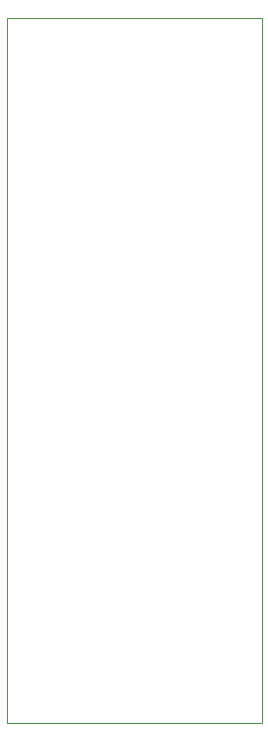
<source format=gm1>
G04 #@! TF.GenerationSoftware,KiCad,Pcbnew,(5.1.2)-2*
G04 #@! TF.CreationDate,2019-06-27T20:54:23+09:00*
G04 #@! TF.ProjectId,itg_uturn_adapter,6974675f-7574-4757-926e-5f6164617074,rev?*
G04 #@! TF.SameCoordinates,Original*
G04 #@! TF.FileFunction,Profile,NP*
%FSLAX46Y46*%
G04 Gerber Fmt 4.6, Leading zero omitted, Abs format (unit mm)*
G04 Created by KiCad (PCBNEW (5.1.2)-2) date 2019-06-27 20:54:23*
%MOMM*%
%LPD*%
G04 APERTURE LIST*
%ADD10C,0.050000*%
G04 APERTURE END LIST*
D10*
X108585000Y-59055000D02*
X86995000Y-59055000D01*
X108585000Y-118745000D02*
X108585000Y-59055000D01*
X86995000Y-118745000D02*
X108585000Y-118745000D01*
X86995000Y-59055000D02*
X86995000Y-118745000D01*
M02*

</source>
